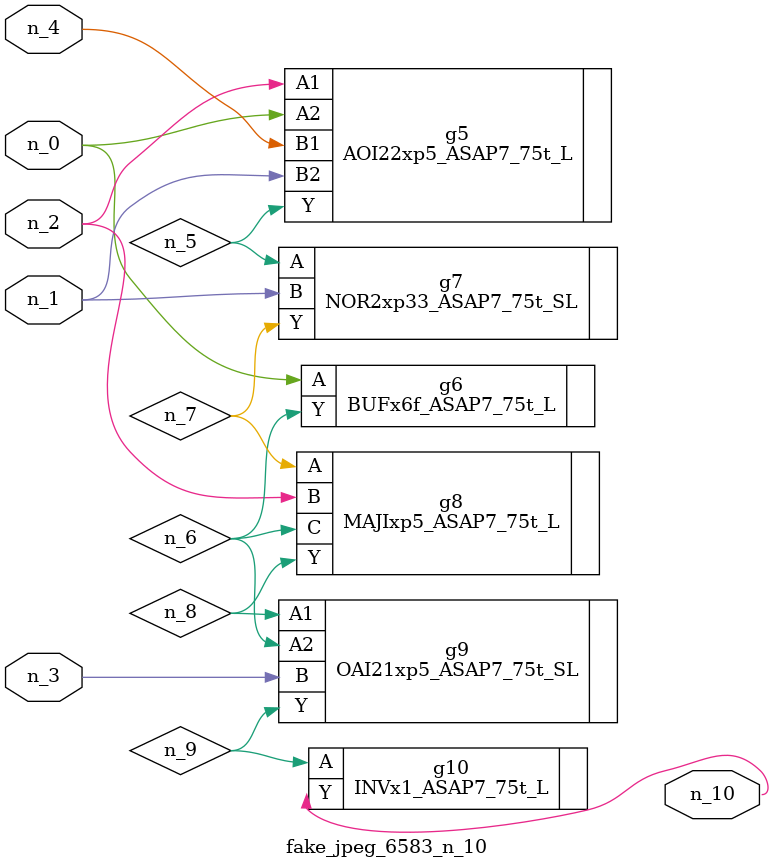
<source format=v>
module fake_jpeg_6583_n_10 (n_3, n_2, n_1, n_0, n_4, n_10);

input n_3;
input n_2;
input n_1;
input n_0;
input n_4;

output n_10;

wire n_8;
wire n_9;
wire n_6;
wire n_5;
wire n_7;

AOI22xp5_ASAP7_75t_L g5 ( 
.A1(n_2),
.A2(n_0),
.B1(n_4),
.B2(n_1),
.Y(n_5)
);

BUFx6f_ASAP7_75t_L g6 ( 
.A(n_0),
.Y(n_6)
);

NOR2xp33_ASAP7_75t_SL g7 ( 
.A(n_5),
.B(n_1),
.Y(n_7)
);

MAJIxp5_ASAP7_75t_L g8 ( 
.A(n_7),
.B(n_2),
.C(n_6),
.Y(n_8)
);

OAI21xp5_ASAP7_75t_SL g9 ( 
.A1(n_8),
.A2(n_6),
.B(n_3),
.Y(n_9)
);

INVx1_ASAP7_75t_L g10 ( 
.A(n_9),
.Y(n_10)
);


endmodule
</source>
